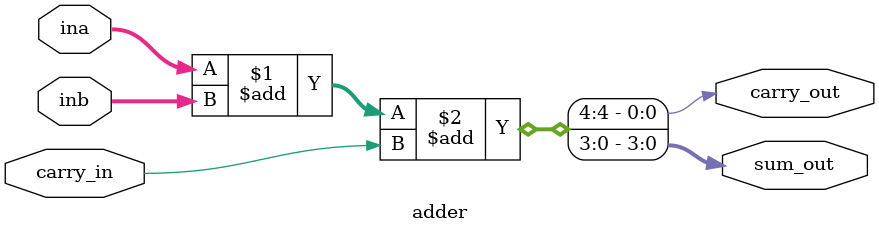
<source format=v>
/*
 * Copyright 2018 ISP RAS (http://www.ispras.ru)
 *
 * Licensed under the Apache License, Version 2.0 (the "License");
 * you may not use this file except in compliance with the License.
 * You may obtain a copy of the License at
 *
 *     http://www.apache.org/licenses/LICENSE-2.0
 *
 * Unless required by applicable law or agreed to in writing, software
 * distributed under the License is distributed on an "AS IS" BASIS,
 * WITHOUT WARRANTIES OR CONDITIONS OF ANY KIND, either express or implied.
 * See the License for the specific language governing permissions and
 * limitations under the License.
 */

// IEEE Std 1364-2005
//   6. Expressions
//     6.1 Continuous assignments
//       6.1.2 The continuous assignment statement
//         The following is an example of the use of a continuous assignment to model a 4-bit adder
//         with carry. The  assignment could not be specified directly in the declaration
//         of the nets because it requires a concatenation on the left-hand side.

module adder (sum_out, carry_out, carry_in, ina, inb);

  output [3:0] sum_out;
  output carry_out;
  input [3:0] ina, inb;
  input carry_in;
  wire carry_out, carry_in;
  wire [3:0] sum_out, ina, inb;

  assign {carry_out, sum_out} = ina + inb + carry_in;
endmodule

</source>
